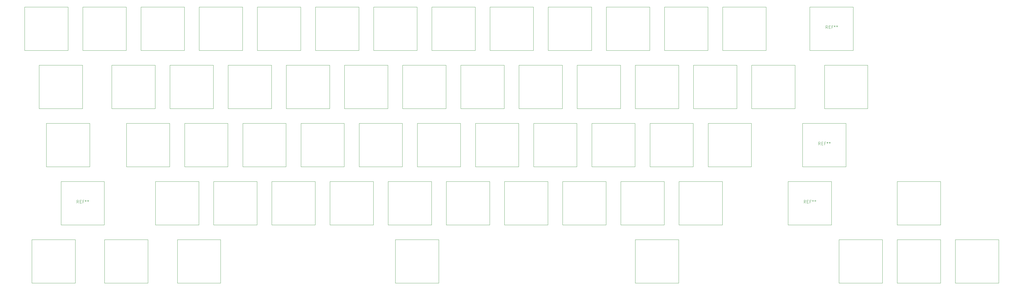
<source format=gbr>
G04 #@! TF.GenerationSoftware,KiCad,Pcbnew,7.0.6*
G04 #@! TF.CreationDate,2023-09-01T00:32:24-07:00*
G04 #@! TF.ProjectId,top plate,746f7020-706c-4617-9465-2e6b69636164,rev?*
G04 #@! TF.SameCoordinates,Original*
G04 #@! TF.FileFunction,Legend,Top*
G04 #@! TF.FilePolarity,Positive*
%FSLAX46Y46*%
G04 Gerber Fmt 4.6, Leading zero omitted, Abs format (unit mm)*
G04 Created by KiCad (PCBNEW 7.0.6) date 2023-09-01 00:32:24*
%MOMM*%
%LPD*%
G01*
G04 APERTURE LIST*
%ADD10C,0.100000*%
%ADD11C,0.120000*%
G04 APERTURE END LIST*
D10*
X418086202Y-154458664D02*
X417752869Y-153982473D01*
X417514774Y-154458664D02*
X417514774Y-153458664D01*
X417514774Y-153458664D02*
X417895726Y-153458664D01*
X417895726Y-153458664D02*
X417990964Y-153506283D01*
X417990964Y-153506283D02*
X418038583Y-153553902D01*
X418038583Y-153553902D02*
X418086202Y-153649140D01*
X418086202Y-153649140D02*
X418086202Y-153791997D01*
X418086202Y-153791997D02*
X418038583Y-153887235D01*
X418038583Y-153887235D02*
X417990964Y-153934854D01*
X417990964Y-153934854D02*
X417895726Y-153982473D01*
X417895726Y-153982473D02*
X417514774Y-153982473D01*
X418514774Y-153934854D02*
X418848107Y-153934854D01*
X418990964Y-154458664D02*
X418514774Y-154458664D01*
X418514774Y-154458664D02*
X418514774Y-153458664D01*
X418514774Y-153458664D02*
X418990964Y-153458664D01*
X419752869Y-153934854D02*
X419419536Y-153934854D01*
X419419536Y-154458664D02*
X419419536Y-153458664D01*
X419419536Y-153458664D02*
X419895726Y-153458664D01*
X420419536Y-153458664D02*
X420419536Y-153696759D01*
X420181441Y-153601521D02*
X420419536Y-153696759D01*
X420419536Y-153696759D02*
X420657631Y-153601521D01*
X420276679Y-153887235D02*
X420419536Y-153696759D01*
X420419536Y-153696759D02*
X420562393Y-153887235D01*
X421181441Y-153458664D02*
X421181441Y-153696759D01*
X420943346Y-153601521D02*
X421181441Y-153696759D01*
X421181441Y-153696759D02*
X421419536Y-153601521D01*
X421038584Y-153887235D02*
X421181441Y-153696759D01*
X421181441Y-153696759D02*
X421324298Y-153887235D01*
X410931884Y-211647646D02*
X410598551Y-211171455D01*
X410360456Y-211647646D02*
X410360456Y-210647646D01*
X410360456Y-210647646D02*
X410741408Y-210647646D01*
X410741408Y-210647646D02*
X410836646Y-210695265D01*
X410836646Y-210695265D02*
X410884265Y-210742884D01*
X410884265Y-210742884D02*
X410931884Y-210838122D01*
X410931884Y-210838122D02*
X410931884Y-210980979D01*
X410931884Y-210980979D02*
X410884265Y-211076217D01*
X410884265Y-211076217D02*
X410836646Y-211123836D01*
X410836646Y-211123836D02*
X410741408Y-211171455D01*
X410741408Y-211171455D02*
X410360456Y-211171455D01*
X411360456Y-211123836D02*
X411693789Y-211123836D01*
X411836646Y-211647646D02*
X411360456Y-211647646D01*
X411360456Y-211647646D02*
X411360456Y-210647646D01*
X411360456Y-210647646D02*
X411836646Y-210647646D01*
X412598551Y-211123836D02*
X412265218Y-211123836D01*
X412265218Y-211647646D02*
X412265218Y-210647646D01*
X412265218Y-210647646D02*
X412741408Y-210647646D01*
X413265218Y-210647646D02*
X413265218Y-210885741D01*
X413027123Y-210790503D02*
X413265218Y-210885741D01*
X413265218Y-210885741D02*
X413503313Y-210790503D01*
X413122361Y-211076217D02*
X413265218Y-210885741D01*
X413265218Y-210885741D02*
X413408075Y-211076217D01*
X414027123Y-210647646D02*
X414027123Y-210885741D01*
X413789028Y-210790503D02*
X414027123Y-210885741D01*
X414027123Y-210885741D02*
X414265218Y-210790503D01*
X413884266Y-211076217D02*
X414027123Y-210885741D01*
X414027123Y-210885741D02*
X414169980Y-211076217D01*
X172806884Y-211647646D02*
X172473551Y-211171455D01*
X172235456Y-211647646D02*
X172235456Y-210647646D01*
X172235456Y-210647646D02*
X172616408Y-210647646D01*
X172616408Y-210647646D02*
X172711646Y-210695265D01*
X172711646Y-210695265D02*
X172759265Y-210742884D01*
X172759265Y-210742884D02*
X172806884Y-210838122D01*
X172806884Y-210838122D02*
X172806884Y-210980979D01*
X172806884Y-210980979D02*
X172759265Y-211076217D01*
X172759265Y-211076217D02*
X172711646Y-211123836D01*
X172711646Y-211123836D02*
X172616408Y-211171455D01*
X172616408Y-211171455D02*
X172235456Y-211171455D01*
X173235456Y-211123836D02*
X173568789Y-211123836D01*
X173711646Y-211647646D02*
X173235456Y-211647646D01*
X173235456Y-211647646D02*
X173235456Y-210647646D01*
X173235456Y-210647646D02*
X173711646Y-210647646D01*
X174473551Y-211123836D02*
X174140218Y-211123836D01*
X174140218Y-211647646D02*
X174140218Y-210647646D01*
X174140218Y-210647646D02*
X174616408Y-210647646D01*
X175140218Y-210647646D02*
X175140218Y-210885741D01*
X174902123Y-210790503D02*
X175140218Y-210885741D01*
X175140218Y-210885741D02*
X175378313Y-210790503D01*
X174997361Y-211076217D02*
X175140218Y-210885741D01*
X175140218Y-210885741D02*
X175283075Y-211076217D01*
X175902123Y-210647646D02*
X175902123Y-210885741D01*
X175664028Y-210790503D02*
X175902123Y-210885741D01*
X175902123Y-210885741D02*
X176140218Y-210790503D01*
X175759266Y-211076217D02*
X175902123Y-210885741D01*
X175902123Y-210885741D02*
X176044980Y-211076217D01*
X415710105Y-192587370D02*
X415376772Y-192111179D01*
X415138677Y-192587370D02*
X415138677Y-191587370D01*
X415138677Y-191587370D02*
X415519629Y-191587370D01*
X415519629Y-191587370D02*
X415614867Y-191634989D01*
X415614867Y-191634989D02*
X415662486Y-191682608D01*
X415662486Y-191682608D02*
X415710105Y-191777846D01*
X415710105Y-191777846D02*
X415710105Y-191920703D01*
X415710105Y-191920703D02*
X415662486Y-192015941D01*
X415662486Y-192015941D02*
X415614867Y-192063560D01*
X415614867Y-192063560D02*
X415519629Y-192111179D01*
X415519629Y-192111179D02*
X415138677Y-192111179D01*
X416138677Y-192063560D02*
X416472010Y-192063560D01*
X416614867Y-192587370D02*
X416138677Y-192587370D01*
X416138677Y-192587370D02*
X416138677Y-191587370D01*
X416138677Y-191587370D02*
X416614867Y-191587370D01*
X417376772Y-192063560D02*
X417043439Y-192063560D01*
X417043439Y-192587370D02*
X417043439Y-191587370D01*
X417043439Y-191587370D02*
X417519629Y-191587370D01*
X418043439Y-191587370D02*
X418043439Y-191825465D01*
X417805344Y-191730227D02*
X418043439Y-191825465D01*
X418043439Y-191825465D02*
X418281534Y-191730227D01*
X417900582Y-192015941D02*
X418043439Y-191825465D01*
X418043439Y-191825465D02*
X418186296Y-192015941D01*
X418805344Y-191587370D02*
X418805344Y-191825465D01*
X418567249Y-191730227D02*
X418805344Y-191825465D01*
X418805344Y-191825465D02*
X419043439Y-191730227D01*
X418662487Y-192015941D02*
X418805344Y-191825465D01*
X418805344Y-191825465D02*
X418948201Y-192015941D01*
D11*
X226558468Y-185480227D02*
X226558468Y-199680227D01*
X226558468Y-199680227D02*
X240758468Y-199680227D01*
X240758468Y-185480227D02*
X226558468Y-185480227D01*
X240758468Y-199680227D02*
X240758468Y-185480227D01*
X378958468Y-185480227D02*
X378958468Y-199680227D01*
X378958468Y-199680227D02*
X393158468Y-199680227D01*
X393158468Y-185480227D02*
X378958468Y-185480227D01*
X393158468Y-199680227D02*
X393158468Y-185480227D01*
X417058468Y-166430227D02*
X417058468Y-180630227D01*
X417058468Y-180630227D02*
X431258468Y-180630227D01*
X431258468Y-166430227D02*
X417058468Y-166430227D01*
X431258468Y-180630227D02*
X431258468Y-166430227D01*
X412295968Y-147380227D02*
X412295968Y-161580227D01*
X412295968Y-161580227D02*
X426495968Y-161580227D01*
X426495968Y-147380227D02*
X412295968Y-147380227D01*
X426495968Y-161580227D02*
X426495968Y-147380227D01*
X359908468Y-185480227D02*
X359908468Y-199680227D01*
X359908468Y-199680227D02*
X374108468Y-199680227D01*
X374108468Y-185480227D02*
X359908468Y-185480227D01*
X374108468Y-199680227D02*
X374108468Y-185480227D01*
X383720968Y-147380227D02*
X383720968Y-161580227D01*
X383720968Y-161580227D02*
X397920968Y-161580227D01*
X397920968Y-147380227D02*
X383720968Y-147380227D01*
X397920968Y-161580227D02*
X397920968Y-147380227D01*
X236083468Y-204530227D02*
X236083468Y-218730227D01*
X236083468Y-218730227D02*
X250283468Y-218730227D01*
X250283468Y-204530227D02*
X236083468Y-204530227D01*
X250283468Y-218730227D02*
X250283468Y-204530227D01*
X174170968Y-147380227D02*
X174170968Y-161580227D01*
X174170968Y-161580227D02*
X188370968Y-161580227D01*
X188370968Y-147380227D02*
X174170968Y-147380227D01*
X188370968Y-161580227D02*
X188370968Y-147380227D01*
X183695968Y-166430227D02*
X183695968Y-180630227D01*
X183695968Y-180630227D02*
X197895968Y-180630227D01*
X197895968Y-166430227D02*
X183695968Y-166430227D01*
X197895968Y-180630227D02*
X197895968Y-166430227D01*
X159883468Y-166430227D02*
X159883468Y-180630227D01*
X159883468Y-180630227D02*
X174083468Y-180630227D01*
X174083468Y-166430227D02*
X159883468Y-166430227D01*
X174083468Y-180630227D02*
X174083468Y-166430227D01*
X364670968Y-147380227D02*
X364670968Y-161580227D01*
X364670968Y-161580227D02*
X378870968Y-161580227D01*
X378870968Y-147380227D02*
X364670968Y-147380227D01*
X378870968Y-161580227D02*
X378870968Y-147380227D01*
X250370968Y-147380227D02*
X250370968Y-161580227D01*
X250370968Y-161580227D02*
X264570968Y-161580227D01*
X264570968Y-147380227D02*
X250370968Y-147380227D01*
X264570968Y-161580227D02*
X264570968Y-147380227D01*
X276564718Y-223580227D02*
X276564718Y-237780227D01*
X276564718Y-237780227D02*
X290764718Y-237780227D01*
X290764718Y-223580227D02*
X276564718Y-223580227D01*
X290764718Y-237780227D02*
X290764718Y-223580227D01*
X369433468Y-204530227D02*
X369433468Y-218730227D01*
X369433468Y-218730227D02*
X383633468Y-218730227D01*
X383633468Y-204530227D02*
X369433468Y-204530227D01*
X383633468Y-218730227D02*
X383633468Y-204530227D01*
X231320968Y-147380227D02*
X231320968Y-161580227D01*
X231320968Y-161580227D02*
X245520968Y-161580227D01*
X245520968Y-147380227D02*
X231320968Y-147380227D01*
X245520968Y-161580227D02*
X245520968Y-147380227D01*
X193220968Y-147380227D02*
X193220968Y-161580227D01*
X193220968Y-161580227D02*
X207420968Y-161580227D01*
X207420968Y-147380227D02*
X193220968Y-147380227D01*
X207420968Y-161580227D02*
X207420968Y-147380227D01*
X405152218Y-204530227D02*
X405152218Y-218730227D01*
X405152218Y-218730227D02*
X419352218Y-218730227D01*
X419352218Y-204530227D02*
X405152218Y-204530227D01*
X419352218Y-218730227D02*
X419352218Y-204530227D01*
X221795968Y-166430227D02*
X221795968Y-180630227D01*
X221795968Y-180630227D02*
X235995968Y-180630227D01*
X235995968Y-166430227D02*
X221795968Y-166430227D01*
X235995968Y-180630227D02*
X235995968Y-166430227D01*
X181314718Y-223580227D02*
X181314718Y-237780227D01*
X181314718Y-237780227D02*
X195514718Y-237780227D01*
X195514718Y-223580227D02*
X181314718Y-223580227D01*
X195514718Y-237780227D02*
X195514718Y-223580227D01*
X421820968Y-223580227D02*
X421820968Y-237780227D01*
X421820968Y-237780227D02*
X436020968Y-237780227D01*
X436020968Y-223580227D02*
X421820968Y-223580227D01*
X436020968Y-237780227D02*
X436020968Y-223580227D01*
X331333468Y-204530227D02*
X331333468Y-218730227D01*
X331333468Y-218730227D02*
X345533468Y-218730227D01*
X345533468Y-204530227D02*
X331333468Y-204530227D01*
X345533468Y-218730227D02*
X345533468Y-204530227D01*
X157502218Y-223580227D02*
X157502218Y-237780227D01*
X157502218Y-237780227D02*
X171702218Y-237780227D01*
X171702218Y-223580227D02*
X157502218Y-223580227D01*
X171702218Y-237780227D02*
X171702218Y-223580227D01*
X240845968Y-166430227D02*
X240845968Y-180630227D01*
X240845968Y-180630227D02*
X255045968Y-180630227D01*
X255045968Y-166430227D02*
X240845968Y-166430227D01*
X255045968Y-180630227D02*
X255045968Y-166430227D01*
X202745968Y-166430227D02*
X202745968Y-180630227D01*
X202745968Y-180630227D02*
X216945968Y-180630227D01*
X216945968Y-166430227D02*
X202745968Y-166430227D01*
X216945968Y-180630227D02*
X216945968Y-166430227D01*
X459920968Y-223580227D02*
X459920968Y-237780227D01*
X459920968Y-237780227D02*
X474120968Y-237780227D01*
X474120968Y-223580227D02*
X459920968Y-223580227D01*
X474120968Y-237780227D02*
X474120968Y-223580227D01*
X197983468Y-204530227D02*
X197983468Y-218730227D01*
X197983468Y-218730227D02*
X212183468Y-218730227D01*
X212183468Y-204530227D02*
X197983468Y-204530227D01*
X212183468Y-218730227D02*
X212183468Y-204530227D01*
X440870968Y-204530227D02*
X440870968Y-218730227D01*
X440870968Y-218730227D02*
X455070968Y-218730227D01*
X455070968Y-204530227D02*
X440870968Y-204530227D01*
X455070968Y-218730227D02*
X455070968Y-204530227D01*
X255133468Y-204530227D02*
X255133468Y-218730227D01*
X255133468Y-218730227D02*
X269333468Y-218730227D01*
X269333468Y-204530227D02*
X255133468Y-204530227D01*
X269333468Y-218730227D02*
X269333468Y-204530227D01*
X264658468Y-185480227D02*
X264658468Y-199680227D01*
X264658468Y-199680227D02*
X278858468Y-199680227D01*
X278858468Y-185480227D02*
X264658468Y-185480227D01*
X278858468Y-199680227D02*
X278858468Y-185480227D01*
X283708468Y-185480227D02*
X283708468Y-199680227D01*
X283708468Y-199680227D02*
X297908468Y-199680227D01*
X297908468Y-185480227D02*
X283708468Y-185480227D01*
X297908468Y-199680227D02*
X297908468Y-185480227D01*
X212270968Y-147380227D02*
X212270968Y-161580227D01*
X212270968Y-161580227D02*
X226470968Y-161580227D01*
X226470968Y-147380227D02*
X212270968Y-147380227D01*
X226470968Y-161580227D02*
X226470968Y-147380227D01*
X321808468Y-185480227D02*
X321808468Y-199680227D01*
X321808468Y-199680227D02*
X336008468Y-199680227D01*
X336008468Y-185480227D02*
X321808468Y-185480227D01*
X336008468Y-199680227D02*
X336008468Y-185480227D01*
X297995968Y-166430227D02*
X297995968Y-180630227D01*
X297995968Y-180630227D02*
X312195968Y-180630227D01*
X312195968Y-166430227D02*
X297995968Y-166430227D01*
X312195968Y-180630227D02*
X312195968Y-166430227D01*
X374195968Y-166430227D02*
X374195968Y-180630227D01*
X374195968Y-180630227D02*
X388395968Y-180630227D01*
X388395968Y-166430227D02*
X374195968Y-166430227D01*
X388395968Y-180630227D02*
X388395968Y-166430227D01*
X317045968Y-166430227D02*
X317045968Y-180630227D01*
X317045968Y-180630227D02*
X331245968Y-180630227D01*
X331245968Y-166430227D02*
X317045968Y-166430227D01*
X331245968Y-180630227D02*
X331245968Y-166430227D01*
X288470968Y-147380227D02*
X288470968Y-161580227D01*
X288470968Y-161580227D02*
X302670968Y-161580227D01*
X302670968Y-147380227D02*
X288470968Y-147380227D01*
X302670968Y-161580227D02*
X302670968Y-147380227D01*
X302758468Y-185480227D02*
X302758468Y-199680227D01*
X302758468Y-199680227D02*
X316958468Y-199680227D01*
X316958468Y-185480227D02*
X302758468Y-185480227D01*
X316958468Y-199680227D02*
X316958468Y-185480227D01*
X245608468Y-185480227D02*
X245608468Y-199680227D01*
X245608468Y-199680227D02*
X259808468Y-199680227D01*
X259808468Y-185480227D02*
X245608468Y-185480227D01*
X259808468Y-199680227D02*
X259808468Y-185480227D01*
X312283468Y-204530227D02*
X312283468Y-218730227D01*
X312283468Y-218730227D02*
X326483468Y-218730227D01*
X326483468Y-204530227D02*
X312283468Y-204530227D01*
X326483468Y-218730227D02*
X326483468Y-204530227D01*
X440870968Y-223580227D02*
X440870968Y-237780227D01*
X440870968Y-237780227D02*
X455070968Y-237780227D01*
X455070968Y-223580227D02*
X440870968Y-223580227D01*
X455070968Y-237780227D02*
X455070968Y-223580227D01*
X167027218Y-204530227D02*
X167027218Y-218730227D01*
X167027218Y-218730227D02*
X181227218Y-218730227D01*
X181227218Y-204530227D02*
X167027218Y-204530227D01*
X181227218Y-218730227D02*
X181227218Y-204530227D01*
X345620968Y-147380227D02*
X345620968Y-161580227D01*
X345620968Y-161580227D02*
X359820968Y-161580227D01*
X359820968Y-147380227D02*
X345620968Y-147380227D01*
X359820968Y-161580227D02*
X359820968Y-147380227D01*
X350383468Y-204530227D02*
X350383468Y-218730227D01*
X350383468Y-218730227D02*
X364583468Y-218730227D01*
X364583468Y-204530227D02*
X350383468Y-204530227D01*
X364583468Y-218730227D02*
X364583468Y-204530227D01*
X326570968Y-147380227D02*
X326570968Y-161580227D01*
X326570968Y-161580227D02*
X340770968Y-161580227D01*
X340770968Y-147380227D02*
X326570968Y-147380227D01*
X340770968Y-161580227D02*
X340770968Y-147380227D01*
X409914718Y-185480227D02*
X409914718Y-199680227D01*
X409914718Y-199680227D02*
X424114718Y-199680227D01*
X424114718Y-185480227D02*
X409914718Y-185480227D01*
X424114718Y-199680227D02*
X424114718Y-185480227D01*
X217033468Y-204530227D02*
X217033468Y-218730227D01*
X217033468Y-218730227D02*
X231233468Y-218730227D01*
X231233468Y-204530227D02*
X217033468Y-204530227D01*
X231233468Y-218730227D02*
X231233468Y-204530227D01*
X355145968Y-223580227D02*
X355145968Y-237780227D01*
X355145968Y-237780227D02*
X369345968Y-237780227D01*
X369345968Y-223580227D02*
X355145968Y-223580227D01*
X369345968Y-237780227D02*
X369345968Y-223580227D01*
X307520968Y-147380227D02*
X307520968Y-161580227D01*
X307520968Y-161580227D02*
X321720968Y-161580227D01*
X321720968Y-147380227D02*
X307520968Y-147380227D01*
X321720968Y-161580227D02*
X321720968Y-147380227D01*
X162264718Y-185480227D02*
X162264718Y-199680227D01*
X162264718Y-199680227D02*
X176464718Y-199680227D01*
X176464718Y-185480227D02*
X162264718Y-185480227D01*
X176464718Y-199680227D02*
X176464718Y-185480227D01*
X188458468Y-185480227D02*
X188458468Y-199680227D01*
X188458468Y-199680227D02*
X202658468Y-199680227D01*
X202658468Y-185480227D02*
X188458468Y-185480227D01*
X202658468Y-199680227D02*
X202658468Y-185480227D01*
X155120968Y-147380227D02*
X155120968Y-161580227D01*
X155120968Y-161580227D02*
X169320968Y-161580227D01*
X169320968Y-147380227D02*
X155120968Y-147380227D01*
X169320968Y-161580227D02*
X169320968Y-147380227D01*
X259895968Y-166430227D02*
X259895968Y-180630227D01*
X259895968Y-180630227D02*
X274095968Y-180630227D01*
X274095968Y-166430227D02*
X259895968Y-166430227D01*
X274095968Y-180630227D02*
X274095968Y-166430227D01*
X278945968Y-166430227D02*
X278945968Y-180630227D01*
X278945968Y-180630227D02*
X293145968Y-180630227D01*
X293145968Y-166430227D02*
X278945968Y-166430227D01*
X293145968Y-180630227D02*
X293145968Y-166430227D01*
X205127218Y-223580227D02*
X205127218Y-237780227D01*
X205127218Y-237780227D02*
X219327218Y-237780227D01*
X219327218Y-223580227D02*
X205127218Y-223580227D01*
X219327218Y-237780227D02*
X219327218Y-223580227D01*
X336095968Y-166430227D02*
X336095968Y-180630227D01*
X336095968Y-180630227D02*
X350295968Y-180630227D01*
X350295968Y-166430227D02*
X336095968Y-166430227D01*
X350295968Y-180630227D02*
X350295968Y-166430227D01*
X355145968Y-166430227D02*
X355145968Y-180630227D01*
X355145968Y-180630227D02*
X369345968Y-180630227D01*
X369345968Y-166430227D02*
X355145968Y-166430227D01*
X369345968Y-180630227D02*
X369345968Y-166430227D01*
X293233468Y-204530227D02*
X293233468Y-218730227D01*
X293233468Y-218730227D02*
X307433468Y-218730227D01*
X307433468Y-204530227D02*
X293233468Y-204530227D01*
X307433468Y-218730227D02*
X307433468Y-204530227D01*
X340858468Y-185480227D02*
X340858468Y-199680227D01*
X340858468Y-199680227D02*
X355058468Y-199680227D01*
X355058468Y-185480227D02*
X340858468Y-185480227D01*
X355058468Y-199680227D02*
X355058468Y-185480227D01*
X393245968Y-166430227D02*
X393245968Y-180630227D01*
X393245968Y-180630227D02*
X407445968Y-180630227D01*
X407445968Y-166430227D02*
X393245968Y-166430227D01*
X407445968Y-180630227D02*
X407445968Y-166430227D01*
X207508468Y-185480227D02*
X207508468Y-199680227D01*
X207508468Y-199680227D02*
X221708468Y-199680227D01*
X221708468Y-185480227D02*
X207508468Y-185480227D01*
X221708468Y-199680227D02*
X221708468Y-185480227D01*
X269420968Y-147380227D02*
X269420968Y-161580227D01*
X269420968Y-161580227D02*
X283620968Y-161580227D01*
X283620968Y-147380227D02*
X269420968Y-147380227D01*
X283620968Y-161580227D02*
X283620968Y-147380227D01*
X274183468Y-204530227D02*
X274183468Y-218730227D01*
X274183468Y-218730227D02*
X288383468Y-218730227D01*
X288383468Y-204530227D02*
X274183468Y-204530227D01*
X288383468Y-218730227D02*
X288383468Y-204530227D01*
M02*

</source>
